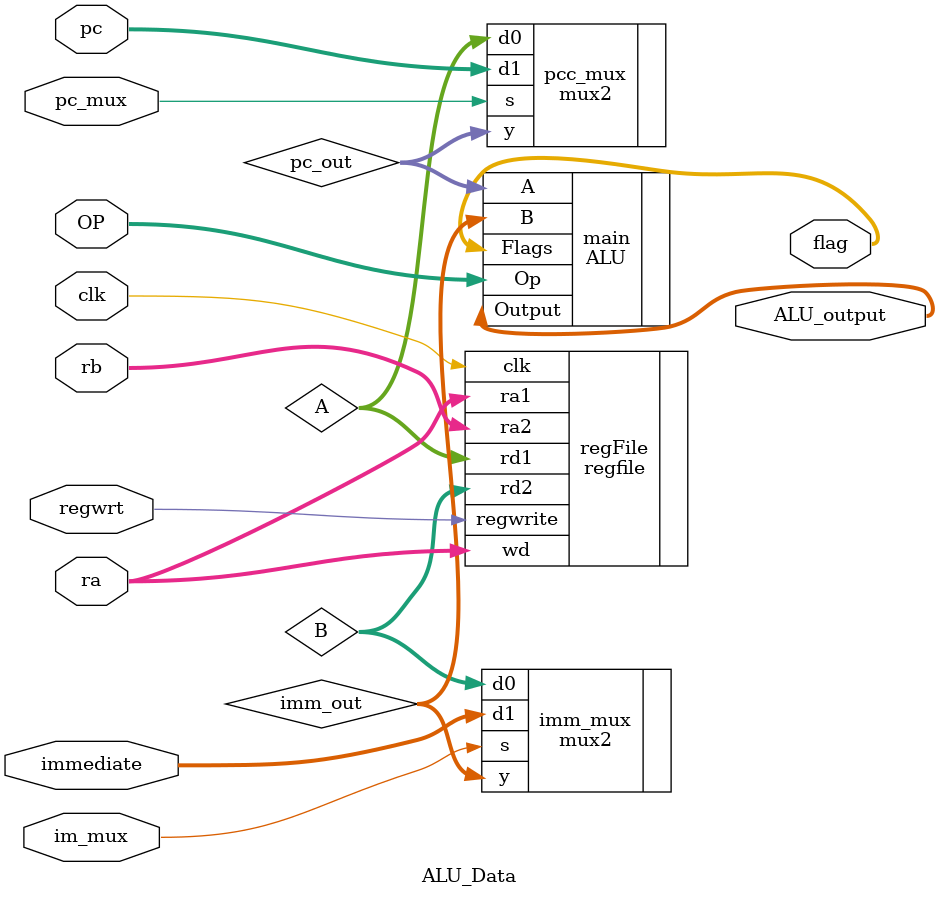
<source format=v>
module ALU_Data (ra, rb, clk, im_mux, pc_mux, pc, immediate, OP, regwrt, flag, ALU_output);

input [3:0] ra, rb;
input clk, im_mux, pc_mux;
input [15:0] pc;
input [15:0] immediate;
input [7:0] OP;
input regwrt;
output [4:0] flag;
output wire [15:0] ALU_output;

wire [15:0] A, B, imm_out, pc_out;
wire [4:0] Flags;

// TODO - get the values in registers ra and rb from the regfile, insert the value of register ra in A and rb in B.
regfile regFile(.clk(clk), .regwrite(regwrt), .ra1(ra), .ra2(rb), .wd(ra), .rd1(A), .rd2(B)); 


mux2 pcc_mux(.d0(A), .d1(pc), .s(pc_mux), .y(pc_out));
// selects the register value input or immediate value, if control is 0 register, 1 immediate.
mux2 imm_mux(.d0(B), .d1(immediate), .s(im_mux), .y(imm_out));

ALU main(.A(pc_out), .B(imm_out),.Op(OP), .Flags(flag), .Output(ALU_output));

endmodule 

</source>
